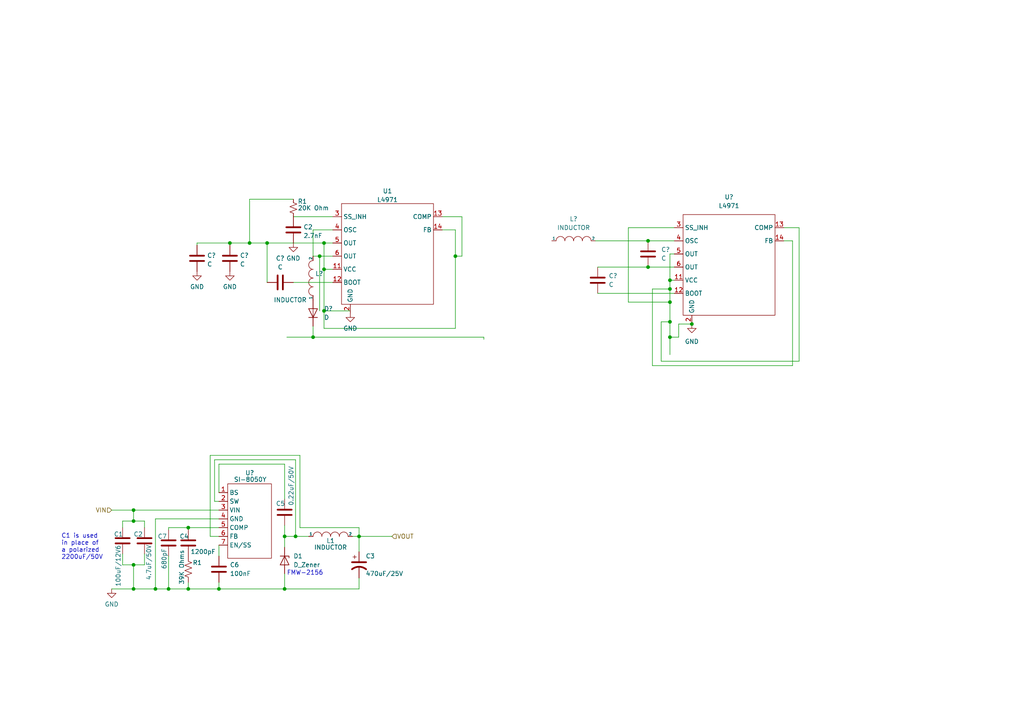
<source format=kicad_sch>
(kicad_sch (version 20211123) (generator eeschema)
  (paper "A4")
  (lib_symbols
    (symbol "D24V50F5:C" (pin_numbers hide) (pin_names (offset 0.254))
      (property "Reference" "C" (at 0.635 2.54 0))
      (property "Value" "C" (at 0.635 -2.54 0))
      (symbol "C_0_1"
        (polyline (pts (xy -2.032 -0.762) (xy 2.032 -0.762)) (stroke (width 0.508)))
        (polyline (pts (xy -2.032 0.762) (xy 2.032 0.762)) (stroke (width 0.508)))
      )
      (symbol "C_1_1"
        (pin passive line (at 0 3.81 270) (length 2.794) (name "~") (number "1"))
        (pin passive line (at 0 -3.81 90) (length 2.794) (name "~") (number "2"))
      )
    )
    (symbol "D24V50F5:CP1" (pin_numbers hide) (pin_names (offset 0.254) hide)
      (property "Reference" "C" (at 0.635 2.54 0))
      (property "Value" "CP1" (at 0.635 -2.54 0))
      (symbol "CP1_0_1"
        (polyline (pts (xy -2.032 0.762) (xy 2.032 0.762)) (stroke (width 0.508)))
        (polyline (pts (xy -1.778 2.286) (xy -0.762 2.286)))
        (polyline (pts (xy -1.27 1.778) (xy -1.27 2.794)))
        (arc (start 2.032 -1.27) (mid 0 -0.5572) (end -2.032 -1.27) (stroke (width 0.508)))
      )
      (symbol "CP1_1_1"
        (pin passive line (at 0 3.81 270) (length 2.794) (name "~") (number "1"))
        (pin passive line (at 0 -3.81 90) (length 3.302) (name "~") (number "2"))
      )
    )
    (symbol "D24V50F5:D" (pin_numbers hide) (pin_names (offset 1.016) hide)
      (property "Reference" "D" (at 0 2.54 0))
      (property "Value" "D" (at 0 -2.54 0))
      (symbol "D_0_1"
        (polyline (pts (xy -1.27 1.27) (xy -1.27 -1.27)) (stroke (width 0.2032)))
        (polyline (pts (xy 1.27 0) (xy -1.27 0)))
        (polyline (pts (xy 1.27 1.27) (xy 1.27 -1.27) (xy -1.27 0) (xy 1.27 1.27)) (stroke (width 0.2032)))
      )
      (symbol "D_1_1"
        (pin passive line (at -3.81 0 0) (length 2.54) (name "K") (number "1"))
        (pin passive line (at 3.81 0 180) (length 2.54) (name "A") (number "2"))
      )
    )
    (symbol "D24V50F5:D_Zener" (pin_numbers hide) (pin_names (offset 1.016) hide)
      (property "Reference" "D" (at 0 2.54 0))
      (property "Value" "D_Zener" (at 0 -2.54 0))
      (symbol "D_Zener_0_1"
        (polyline (pts (xy 1.27 0) (xy -1.27 0)))
        (polyline (pts (xy -1.27 -1.27) (xy -1.27 1.27) (xy -0.762 1.27)) (stroke (width 0.2032)))
        (polyline (pts (xy 1.27 -1.27) (xy 1.27 1.27) (xy -1.27 0) (xy 1.27 -1.27)) (stroke (width 0.2032)))
      )
      (symbol "D_Zener_1_1"
        (pin passive line (at -3.81 0 0) (length 2.54) (name "K") (number "1"))
        (pin passive line (at 3.81 0 180) (length 2.54) (name "A") (number "2"))
      )
    )
    (symbol "D24V50F5:R_Small_US" (pin_numbers hide) (pin_names (offset 0.254) hide)
      (property "Reference" "R" (at 0.762 0.508 0))
      (property "Value" "R_Small_US" (at 0.762 -1.016 0))
      (symbol "R_Small_US_1_1"
        (polyline (pts (xy 0 0) (xy 1.016 -0.381) (xy 0 -0.762) (xy -1.016 -1.143) (xy 0 -1.524)))
        (polyline (pts (xy 0 1.524) (xy 1.016 1.143) (xy 0 0.762) (xy -1.016 0.381) (xy 0 0)))
        (pin passive line (at 0 2.54 270) (length 1.016) (name "~") (number "1"))
        (pin passive line (at 0 -2.54 90) (length 1.016) (name "~") (number "2"))
      )
    )
    (symbol "D24V50F5:R_US" (pin_numbers hide) (pin_names (offset 0))
      (property "Reference" "R" (at 2.54 0 90))
      (property "Value" "R_US" (at -2.54 0 90))
      (symbol "R_US_0_1"
        (polyline (pts (xy 0 -2.286) (xy 0 -2.54)))
        (polyline (pts (xy 0 2.286) (xy 0 2.54)))
        (polyline (pts (xy 0 -0.762) (xy 1.016 -1.143) (xy 0 -1.524) (xy -1.016 -1.905) (xy 0 -2.286)))
        (polyline (pts (xy 0 0.762) (xy 1.016 0.381) (xy 0 0) (xy -1.016 -0.381) (xy 0 -0.762)))
        (polyline (pts (xy 0 2.286) (xy 1.016 1.905) (xy 0 1.524) (xy -1.016 1.143) (xy 0 0.762)))
      )
      (symbol "R_US_1_1"
        (pin passive line (at 0 3.81 270) (length 1.27) (name "~") (number "1"))
        (pin passive line (at 0 -3.81 90) (length 1.27) (name "~") (number "2"))
      )
    )
    (symbol "L4971:L4971"
      (property "Reference" "U" (at 1.27 -16.51 0))
      (property "Value" "L4971" (at 1.27 -16.51 0))
      (symbol "L4971_0_1"
        (rectangle (start -13.97 15.24) (end 12.7 -13.97) (stroke (width 0.1524)))
      )
      (symbol "L4971_1_1"
        (pin power_in line (at -16.51 -3.81 0) (length 2.54) (name "VCC") (number "11"))
        (pin unspecified line (at -16.51 -7.62 0) (length 2.54) (name "BOOT") (number "12"))
        (pin output line (at 15.24 11.43 180) (length 2.54) (name "COMP") (number "13"))
        (pin power_in line (at 15.24 7.62 180) (length 2.54) (name "FB") (number "14"))
        (pin power_out line (at -11.43 -16.51 90) (length 2.54) (name "GND") (number "2"))
        (pin input line (at -16.51 11.43 0) (length 2.54) (name "SS_INH") (number "3"))
        (pin bidirectional line (at -16.51 7.62 0) (length 2.54) (name "OSC") (number "4"))
        (pin power_out line (at -16.51 3.81 0) (length 2.54) (name "OUT") (number "5"))
        (pin power_out line (at -16.51 0 0) (length 2.54) (name "OUT") (number "6"))
      )
    )
    (symbol "L4971_1"
      (property "Reference" "U" (at 0 20.32 0))
      (property "Value" "L4971_1" (at 0 17.78 0))
      (symbol "L4971_1_0_1"
        (rectangle (start -13.97 15.24) (end 12.7 -13.97) (stroke (width 0.1524)))
      )
      (symbol "L4971_1_1_1"
        (pin power_in line (at -16.51 -3.81 0) (length 2.54) (name "VCC") (number "11"))
        (pin unspecified line (at -16.51 -7.62 0) (length 2.54) (name "BOOT") (number "12"))
        (pin output line (at 15.24 11.43 180) (length 2.54) (name "COMP") (number "13"))
        (pin power_in line (at 15.24 7.62 180) (length 2.54) (name "FB") (number "14"))
        (pin power_out line (at -11.43 -16.51 90) (length 2.54) (name "GND") (number "2"))
        (pin input line (at -16.51 11.43 0) (length 2.54) (name "SS_INH") (number "3"))
        (pin bidirectional line (at -16.51 7.62 0) (length 2.54) (name "OSC") (number "4"))
        (pin power_out line (at -16.51 3.81 0) (length 2.54) (name "OUT") (number "5"))
        (pin power_out line (at -16.51 0 0) (length 2.54) (name "OUT") (number "6"))
      )
    )
    (symbol "SI-8050Y:SI-8050Y"
      (property "Reference" "U" (at 0 11.43 0))
      (property "Value" "SI-8050Y" (at 0 8.89 0))
      (symbol "SI-8050Y_0_1"
        (rectangle (start -6.35 6.35) (end 6.35 -15.24))
      )
      (symbol "SI-8050Y_1_1"
        (pin unspecified line (at -8.89 3.81 0) (length 2.54) (name "BS") (number "1"))
        (pin unspecified line (at -8.89 1.27 0) (length 2.54) (name "SW") (number "2"))
        (pin power_in line (at -8.89 -1.27 0) (length 2.54) (name "VIN") (number "3"))
        (pin power_out line (at -8.89 -3.81 0) (length 2.54) (name "GND") (number "4"))
        (pin unspecified line (at -8.89 -6.35 0) (length 2.54) (name "COMP") (number "5"))
        (pin unspecified line (at -8.89 -8.89 0) (length 2.54) (name "FB") (number "6"))
        (pin unspecified line (at -8.89 -11.43 0) (length 2.54) (name "EN/SS") (number "7"))
      )
    )
    (symbol "power:GND" (power) (pin_names (offset 0))
      (property "Value" "GND" (at 0 -3.81 0))
      (symbol "GND_0_1"
        (polyline (pts (xy 0 0) (xy 0 -1.27) (xy 1.27 -1.27) (xy 0 -2.54) (xy -1.27 -1.27) (xy 0 -1.27)))
      )
      (symbol "GND_1_1"
        (pin power_in line (at 0 0 270) (length 0) hide (name "GND") (number "1"))
      )
    )
    (symbol "pspice:INDUCTOR" (pin_numbers hide) (pin_names (offset 0))
      (property "Reference" "L" (at 0 2.54 0))
      (property "Value" "INDUCTOR" (at 0 -1.27 0))
      (symbol "INDUCTOR_0_1"
        (arc (start -2.54 0) (mid -3.81 1.27) (end -5.08 0))
        (arc (start 0 0) (mid -1.27 1.27) (end -2.54 0))
        (arc (start 2.54 0) (mid 1.27 1.27) (end 0 0))
        (arc (start 5.08 0) (mid 3.81 1.27) (end 2.54 0))
      )
      (symbol "INDUCTOR_1_1"
        (pin input line (at -6.35 0 0) (length 1.27) (name "1") (number "1"))
        (pin input line (at 6.35 0 180) (length 1.27) (name "2") (number "2"))
      )
    )
  )
  (junction (at 38.735 147.955))
  (junction (at 93.98 70.485))
  (junction (at 38.735 170.815))
  (junction (at 48.895 170.815))
  (junction (at 200.66 93.98))
  (junction (at 187.96 77.47))
  (junction (at 194.31 83.82))
  (junction (at 90.805 97.79))
  (junction (at 45.085 170.815))
  (junction (at 66.675 70.485))
  (junction (at 38.735 151.13))
  (junction (at 54.61 170.815))
  (junction (at 194.31 81.28))
  (junction (at 77.47 70.485))
  (junction (at 82.55 155.575))
  (junction (at 132.08 74.295))
  (junction (at 194.31 87.63))
  (junction (at 63.5 170.815))
  (junction (at 93.98 78.105))
  (junction (at 38.735 163.83))
  (junction (at 85.725 155.575))
  (junction (at 72.39 70.485))
  (junction (at 54.61 153.035))
  (junction (at 194.31 97.79))
  (junction (at 82.55 170.815))
  (junction (at 194.31 93.345))
  (junction (at 92.71 74.295))
  (junction (at 93.98 90.17))
  (junction (at 187.96 69.85))
  (junction (at 104.14 155.575))
  (wire (pts (xy 82.55 152.4) (xy 82.55 155.575)))
  (wire (pts (xy 48.895 153.035) (xy 48.895 153.67)))
  (wire (pts (xy 104.14 155.575) (xy 113.665 155.575)))
  (wire (pts (xy 96.52 66.675) (xy 90.805 66.675)))
  (wire (pts (xy 38.735 151.13) (xy 38.735 147.955)))
  (wire (pts (xy 54.61 170.815) (xy 48.895 170.815)))
  (wire (pts (xy 41.91 160.655) (xy 41.91 163.83)))
  (wire (pts (xy 85.09 81.915) (xy 96.52 81.915)))
  (wire (pts (xy 231.775 66.04) (xy 227.33 66.04)))
  (wire (pts (xy 54.61 153.035) (xy 54.61 153.67)))
  (wire (pts (xy 66.675 70.485) (xy 57.15 70.485)))
  (wire (pts (xy 189.23 83.82) (xy 189.23 106.045)))
  (wire (pts (xy 196.85 93.98) (xy 200.66 93.98)))
  (wire (pts (xy 132.08 95.25) (xy 132.08 74.295)))
  (wire (pts (xy 35.56 160.655) (xy 35.56 163.83)))
  (wire (pts (xy 173.355 85.09) (xy 195.58 85.09)))
  (wire (pts (xy 86.995 153.035) (xy 104.14 153.035)))
  (wire (pts (xy 92.71 74.295) (xy 92.71 90.17)))
  (wire (pts (xy 85.09 57.785) (xy 72.39 57.785)))
  (wire (pts (xy 82.55 170.815) (xy 63.5 170.815)))
  (wire (pts (xy 63.5 134.62) (xy 82.55 134.62)))
  (wire (pts (xy 32.385 147.955) (xy 38.735 147.955)))
  (wire (pts (xy 195.58 73.66) (xy 194.31 73.66)))
  (wire (pts (xy 86.995 132.08) (xy 86.995 153.035)))
  (wire (pts (xy 194.31 81.28) (xy 194.31 83.82)))
  (wire (pts (xy 140.335 97.79) (xy 140.335 98.425)))
  (wire (pts (xy 173.355 77.47) (xy 187.96 77.47)))
  (wire (pts (xy 66.675 70.485) (xy 66.675 71.12)))
  (wire (pts (xy 85.09 62.865) (xy 96.52 62.865)))
  (wire (pts (xy 35.56 163.83) (xy 38.735 163.83)))
  (wire (pts (xy 104.14 170.815) (xy 82.55 170.815)))
  (wire (pts (xy 104.14 153.035) (xy 104.14 155.575)))
  (wire (pts (xy 229.87 106.045) (xy 229.87 69.85)))
  (wire (pts (xy 195.58 66.04) (xy 182.245 66.04)))
  (wire (pts (xy 60.96 132.08) (xy 86.995 132.08)))
  (wire (pts (xy 132.08 74.295) (xy 132.08 66.675)))
  (wire (pts (xy 38.735 147.955) (xy 63.5 147.955)))
  (wire (pts (xy 187.96 77.47) (xy 195.58 77.47)))
  (wire (pts (xy 133.985 74.295) (xy 133.985 62.865)))
  (wire (pts (xy 77.47 70.485) (xy 93.98 70.485)))
  (wire (pts (xy 45.085 170.815) (xy 38.735 170.815)))
  (wire (pts (xy 54.61 153.035) (xy 48.895 153.035)))
  (wire (pts (xy 90.805 74.295) (xy 92.71 74.295)))
  (wire (pts (xy 191.77 104.775) (xy 231.775 104.775)))
  (wire (pts (xy 57.15 70.485) (xy 57.15 71.12)))
  (wire (pts (xy 93.98 78.105) (xy 93.98 90.17)))
  (wire (pts (xy 38.735 163.83) (xy 38.735 170.815)))
  (wire (pts (xy 93.98 70.485) (xy 93.98 78.105)))
  (wire (pts (xy 187.96 69.85) (xy 195.58 69.85)))
  (wire (pts (xy 182.245 66.04) (xy 182.245 87.63)))
  (wire (pts (xy 72.39 70.485) (xy 77.47 70.485)))
  (wire (pts (xy 194.31 93.345) (xy 194.31 97.79)))
  (wire (pts (xy 189.23 106.045) (xy 229.87 106.045)))
  (wire (pts (xy 93.98 78.105) (xy 96.52 78.105)))
  (wire (pts (xy 63.5 145.415) (xy 62.23 145.415)))
  (wire (pts (xy 194.31 83.82) (xy 194.31 87.63)))
  (wire (pts (xy 133.985 62.865) (xy 128.27 62.865)))
  (wire (pts (xy 191.77 93.345) (xy 191.77 104.775)))
  (wire (pts (xy 93.98 70.485) (xy 96.52 70.485)))
  (wire (pts (xy 62.23 145.415) (xy 62.23 133.35)))
  (wire (pts (xy 182.245 87.63) (xy 194.31 87.63)))
  (wire (pts (xy 77.47 70.485) (xy 77.47 81.915)))
  (wire (pts (xy 194.31 73.66) (xy 194.31 81.28)))
  (wire (pts (xy 83.185 97.79) (xy 90.805 97.79)))
  (wire (pts (xy 41.91 151.13) (xy 41.91 153.035)))
  (wire (pts (xy 82.55 166.37) (xy 82.55 170.815)))
  (wire (pts (xy 48.895 170.815) (xy 45.085 170.815)))
  (wire (pts (xy 194.31 87.63) (xy 194.31 93.345)))
  (wire (pts (xy 104.14 167.64) (xy 104.14 170.815)))
  (wire (pts (xy 194.31 97.79) (xy 196.85 97.79)))
  (wire (pts (xy 132.08 74.295) (xy 133.985 74.295)))
  (wire (pts (xy 35.56 153.035) (xy 35.56 151.13)))
  (wire (pts (xy 63.5 158.115) (xy 63.5 161.29)))
  (wire (pts (xy 194.31 81.28) (xy 195.58 81.28)))
  (wire (pts (xy 45.085 150.495) (xy 63.5 150.495)))
  (wire (pts (xy 172.72 69.85) (xy 187.96 69.85)))
  (wire (pts (xy 63.5 153.035) (xy 54.61 153.035)))
  (wire (pts (xy 82.55 155.575) (xy 82.55 158.75)))
  (wire (pts (xy 93.98 90.17) (xy 93.98 95.25)))
  (wire (pts (xy 194.31 97.79) (xy 194.31 102.87)))
  (wire (pts (xy 63.5 142.875) (xy 63.5 134.62)))
  (wire (pts (xy 90.805 94.615) (xy 90.805 97.79)))
  (wire (pts (xy 63.5 168.91) (xy 63.5 170.815)))
  (wire (pts (xy 82.55 155.575) (xy 85.725 155.575)))
  (wire (pts (xy 194.31 93.345) (xy 191.77 93.345)))
  (wire (pts (xy 132.08 66.675) (xy 128.27 66.675)))
  (wire (pts (xy 85.725 155.575) (xy 89.535 155.575)))
  (wire (pts (xy 38.735 151.13) (xy 41.91 151.13)))
  (wire (pts (xy 93.98 95.25) (xy 132.08 95.25)))
  (wire (pts (xy 54.61 168.91) (xy 54.61 170.815)))
  (wire (pts (xy 102.235 155.575) (xy 104.14 155.575)))
  (wire (pts (xy 63.5 170.815) (xy 54.61 170.815)))
  (wire (pts (xy 35.56 151.13) (xy 38.735 151.13)))
  (wire (pts (xy 194.31 83.82) (xy 189.23 83.82)))
  (wire (pts (xy 229.87 69.85) (xy 227.33 69.85)))
  (wire (pts (xy 90.805 97.79) (xy 140.335 97.79)))
  (wire (pts (xy 45.085 150.495) (xy 45.085 170.815)))
  (wire (pts (xy 90.805 66.675) (xy 90.805 74.295)))
  (wire (pts (xy 62.23 133.35) (xy 85.725 133.35)))
  (wire (pts (xy 104.14 155.575) (xy 104.14 160.02)))
  (wire (pts (xy 196.85 97.79) (xy 196.85 93.98)))
  (wire (pts (xy 72.39 57.785) (xy 72.39 70.485)))
  (wire (pts (xy 60.96 155.575) (xy 60.96 132.08)))
  (wire (pts (xy 72.39 70.485) (xy 66.675 70.485)))
  (wire (pts (xy 85.725 133.35) (xy 85.725 155.575)))
  (wire (pts (xy 92.71 74.295) (xy 96.52 74.295)))
  (wire (pts (xy 48.895 161.29) (xy 48.895 170.815)))
  (wire (pts (xy 82.55 134.62) (xy 82.55 144.78)))
  (wire (pts (xy 41.91 163.83) (xy 38.735 163.83)))
  (wire (pts (xy 231.775 104.775) (xy 231.775 66.04)))
  (wire (pts (xy 38.735 170.815) (xy 32.385 170.815)))
  (wire (pts (xy 63.5 155.575) (xy 60.96 155.575)))
  (wire (pts (xy 93.98 90.17) (xy 101.6 90.17)))
  (text "FMW-2156\n" (at 83.185 167.005 0) (effects (font (size 1.27 1.27)) (justify left bottom)))
  (text "C1 is used\nin place of\na polarized\n2200uF/50V\n\n" (at 17.78 164.465 0) (effects (font (size 1.27 1.27)) (justify left bottom)))
  (hierarchical_label "VIN" (shape input) (at 32.385 147.955 180))
  (hierarchical_label "VOUT" (shape input) (at 113.665 155.575 0))
  (symbol (lib_id "D24V50F5:C") (at 48.895 157.48 0) (unit 1)
    (property "Reference" "C7" (at 45.72 155.575 0) (effects (justify left)))
    (property "Value" "680pF" (at 47.625 165.1 90) (effects (justify left)))
    (property "Footprint" "Capacitor_SMD:C_0805_2012Metric" (effects hide))
  )
  (symbol (lib_id "D24V50F5:C") (at 35.56 156.845 0) (unit 1)
    (property "Reference" "C1" (at 33.02 154.94 0) (effects (justify left)))
    (property "Value" "100uF/12V6" (at 34.29 170.18 90) (effects (justify left)))
  )
  (symbol (lib_id "power:GND") (at 32.385 170.815 0) (unit 1)
    (property "Reference" "#PWR?" (effects hide))
    (property "Value" "GND" (at 32.385 175.26 0))
  )
  (symbol (lib_id "power:GND") (at 66.675 78.74 0) (unit 1)
    (property "Reference" "#PWR?" (effects hide))
    (property "Value" "GND" (at 66.675 83.1834 0))
  )
  (symbol (lib_id "D24V50F5:C") (at 82.55 148.59 0) (unit 1)
    (property "Reference" "C5" (at 80.01 146.05 0) (effects (justify left)))
    (property "Value" "0.22uF/50V" (at 84.455 146.685 90) (effects (justify left)))
    (property "Footprint" "Capacitor_SMD:C_0805_2012Metric" (effects hide))
  )
  (symbol (lib_id "D24V50F5:R_Small_US") (at 85.09 60.325 0) (unit 1)
    (property "Reference" "R1" (at 86.36 58.42 0) (effects (justify left)))
    (property "Value" "20K Ohm" (at 86.36 60.325 0) (effects (justify left)))
  )
  (symbol (lib_id "D24V50F5:C") (at 63.5 165.1 0) (unit 1)
    (property "Reference" "C6" (at 66.675 163.83 0) (effects (justify left)))
    (property "Value" "100nF" (at 66.675 166.37 0) (effects (justify left)))
    (property "Footprint" "Capacitor_SMD:C_0805_2012Metric" (effects hide))
  )
  (symbol (lib_id "D24V50F5:C") (at 85.09 66.675 0) (unit 1)
    (property "Reference" "C2" (at 88.011 65.8403 0) (effects (justify left)))
    (property "Value" "2.7nF" (at 88.011 68.3772 0) (effects (justify left)))
    (property "Footprint" "Capacitor_SMD:C_0805_2012Metric" (effects hide))
  )
  (symbol (lib_id "pspice:INDUCTOR") (at 95.885 155.575 0) (unit 1)
    (property "Reference" "L1" (at 95.885 156.845 0))
    (property "Value" "INDUCTOR" (at 95.885 158.75 0))
    (property "Footprint" "Inductor_SMD:L_0805_2012Metric" (effects hide))
  )
  (symbol (lib_id "D24V50F5:C") (at 54.61 157.48 0) (unit 1)
    (property "Reference" "C4" (at 52.07 155.575 0) (effects (justify left)))
    (property "Value" "1200pF" (at 55.245 160.02 0) (effects (justify left)))
    (property "Footprint" "Capacitor_SMD:C_0805_2012Metric" (effects hide))
  )
  (symbol (lib_id "D24V50F5:C") (at 187.96 73.66 0) (unit 1)
    (property "Reference" "C?" (at 191.77 72.3899 0) (effects (justify left)))
    (property "Value" "C" (at 191.77 74.9299 0) (effects (justify left)))
  )
  (symbol (lib_id "power:GND") (at 200.66 93.98 0) (unit 1)
    (property "Reference" "#PWR?" (effects hide))
    (property "Value" "GND" (at 200.66 99.06 0))
  )
  (symbol (lib_id "D24V50F5:D_Zener") (at 82.55 162.56 270) (unit 1)
    (property "Reference" "D1" (at 85.09 161.2899 90) (effects (justify left)))
    (property "Value" "D_Zener" (at 85.09 163.8299 90) (effects (justify left)))
    (property "Footprint" "Package_TO_SOT_THT:TO-220-3_Vertical" (effects hide))
  )
  (symbol (lib_name "L4971_1") (lib_id "L4971:L4971") (at 212.09 77.47 0) (unit 1)
    (property "Reference" "U?" (at 211.455 57.15 0))
    (property "Value" "L4971" (at 211.455 59.69 0))
    (property "Footprint" "Package_SO:SOIC-16W_7.5x10.3mm_P1.27mm" (effects hide))
  )
  (symbol (lib_id "power:GND") (at 85.09 70.485 0) (unit 1)
    (property "Reference" "#PWR?" (effects hide))
    (property "Value" "GND" (at 85.09 74.9284 0))
  )
  (symbol (lib_id "D24V50F5:C") (at 81.28 81.915 90) (unit 1)
    (property "Reference" "C?" (at 81.28 74.93 90))
    (property "Value" "C" (at 81.28 77.47 90))
  )
  (symbol (lib_id "D24V50F5:C") (at 66.675 74.93 180) (unit 1)
    (property "Reference" "C?" (at 69.596 74.0953 0) (effects (justify right)))
    (property "Value" "C" (at 69.596 76.6322 0) (effects (justify right)))
  )
  (symbol (lib_id "SI-8050Y:SI-8050Y") (at 72.39 146.685 0) (unit 1)
    (property "Reference" "U?" (at 71.12 137.16 0) (effects (justify left)))
    (property "Value" "SI-8050Y" (at 67.818 139.065 0) (effects (justify left)))
    (property "Footprint" "Package_TO_SOT_THT:TO-220F-7_P2.54x3.7mm_StaggerOdd_Lead3.5mm_Vertical" (effects hide))
  )
  (symbol (lib_id "D24V50F5:R_US") (at 54.61 165.1 0) (unit 1)
    (property "Reference" "R1" (at 55.88 163.195 0) (effects (justify left)))
    (property "Value" "39K Ohms" (at 52.705 169.545 90) (effects (justify left)))
    (property "Footprint" "Resistor_SMD:R_0805_2012Metric" (effects hide))
  )
  (symbol (lib_id "D24V50F5:C") (at 41.91 156.845 0) (unit 1)
    (property "Reference" "C2" (at 38.735 154.94 0) (effects (justify left)))
    (property "Value" "4.7uF/50V" (at 43.18 168.275 90) (effects (justify left)))
    (property "Footprint" "Capacitor_SMD:C_0805_2012Metric" (effects hide))
  )
  (symbol (lib_id "pspice:INDUCTOR") (at 90.805 80.645 90) (unit 1)
    (property "Reference" "L?" (at 91.44 79.3749 90) (effects (justify right)))
    (property "Value" "INDUCTOR" (at 79.375 86.995 90) (effects (justify right)))
  )
  (symbol (lib_id "D24V50F5:C") (at 173.355 81.28 0) (unit 1)
    (property "Reference" "C?" (at 176.53 80.0099 0) (effects (justify left)))
    (property "Value" "C" (at 176.53 82.5499 0) (effects (justify left)))
  )
  (symbol (lib_id "power:GND") (at 57.15 78.74 0) (unit 1)
    (property "Reference" "#PWR?" (effects hide))
    (property "Value" "GND" (at 57.15 83.1834 0))
  )
  (symbol (lib_id "D24V50F5:C") (at 57.15 74.93 180) (unit 1)
    (property "Reference" "C?" (at 60.071 74.0953 0) (effects (justify right)))
    (property "Value" "C" (at 60.071 76.6322 0) (effects (justify right)))
  )
  (symbol (lib_id "power:GND") (at 101.6 90.805 0) (unit 1)
    (property "Reference" "#PWR?" (effects hide))
    (property "Value" "GND" (at 101.6 95.25 0))
  )
  (symbol (lib_id "D24V50F5:CP1") (at 104.14 163.83 0) (unit 1)
    (property "Reference" "C3" (at 106.045 161.29 0) (effects (justify left)))
    (property "Value" "470uF/25V" (at 106.045 166.37 0) (effects (justify left)))
    (property "Footprint" "Capacitor_SMD:C_0805_2012Metric" (effects hide))
  )
  (symbol (lib_id "pspice:INDUCTOR") (at 166.37 69.85 0) (unit 1)
    (property "Reference" "L?" (at 166.37 63.5 0))
    (property "Value" "INDUCTOR" (at 166.37 66.04 0))
  )
  (symbol (lib_id "D24V50F5:D") (at 90.805 90.805 90) (unit 1)
    (property "Reference" "D?" (at 93.98 89.5349 90) (effects (justify right)))
    (property "Value" "D" (at 93.98 92.0749 90) (effects (justify right)))
  )
  (symbol (lib_id "L4971:L4971") (at 113.03 74.295 0) (unit 1)
    (property "Reference" "U1" (at 112.395 55.406 0))
    (property "Value" "L4971" (at 112.395 57.9429 0))
    (property "Footprint" "Package_SO:SOIC-16W_7.5x10.3mm_P1.27mm" (effects hide))
  )
)
</source>
